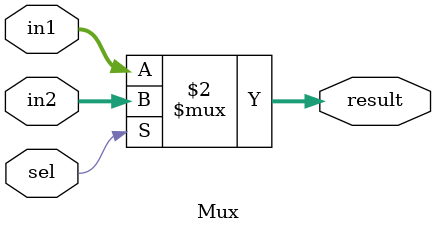
<source format=v>
module Mux (
    input sel, 
    input [31:0] in1 ,
    input [31:0] in2, 
    output[31:0] result 
);

// if sel == 0 =>  result = in1 ,else result = in2 
assign result = (sel == 0) ? in1 :  in2;

    
endmodule
</source>
